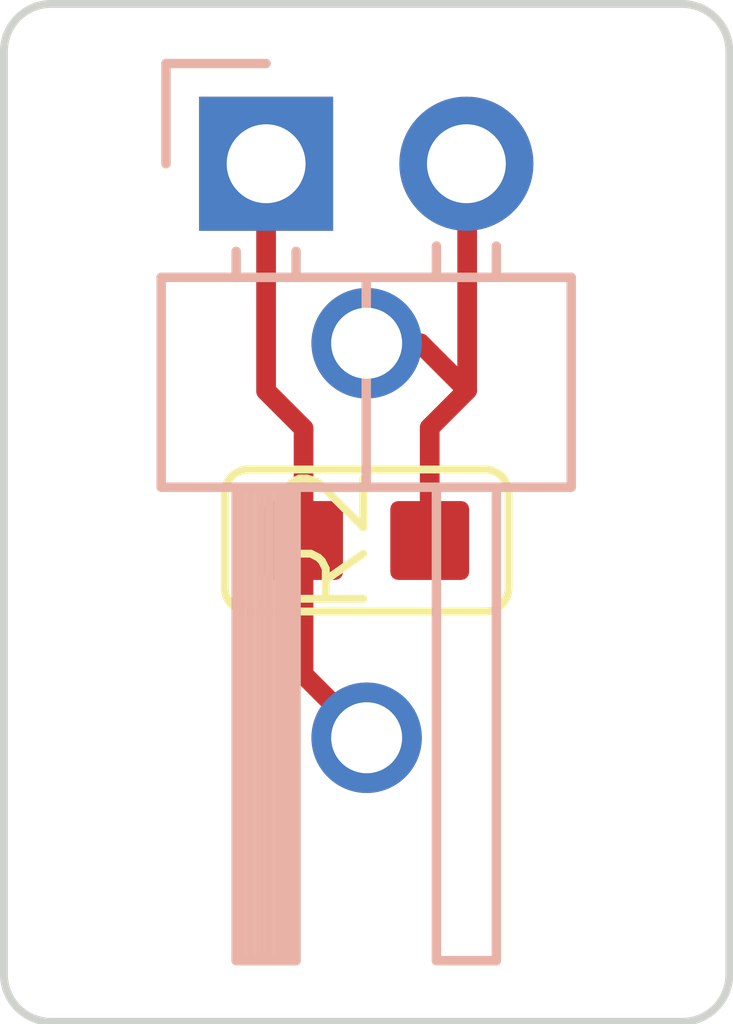
<source format=kicad_pcb>
(kicad_pcb (version 20221018) (generator pcbnew)
  (layers (0 "F.Cu" signal) (31 "B.Cu" signal) (34 "B.Paste" user) (35 "F.Paste" user) (36 "B.SilkS" user "B.Silkscreen") (37 "F.SilkS" user "F.Silkscreen") (38 "B.Mask" user) (39 "F.Mask" user) (44 "Edge.Cuts" user))
  (net 0 "")
  (net 1 "/LG")
  (net 2 "+3V3")
  (footprint "2024l1:ALS-PT19" (layer "F.Cu") (at 148.505 105.4 180)
    (fp_text reference "R1" hide)
    (fp_text value "R_Photo")
    (fp_line (start -1.8 0.6) (end -1.8 -0.6) (stroke (width 0.1)) (layer "F.SilkS"))
    (fp_line (start -1.5 -0.9) (end 1.5 -0.9) (stroke (width 0.1)) (layer "F.SilkS"))
    (fp_line (start -1.5 0.9) (end 1.5 0.9) (stroke (width 0.1)) (layer "F.SilkS"))
    (fp_line (start 1.8 -0.6) (end 1.8 0.6) (stroke (width 0.1)) (layer "F.SilkS"))
    (fp_arc (start -1.8 -0.6) (mid -1.712132 -0.812132) (end -1.5 -0.9) (stroke (width 0.1)) (layer "F.SilkS"))
    (fp_arc (start -1.5 0.9) (mid -1.712132 0.812132) (end -1.8 0.6) (stroke (width 0.1)) (layer "F.SilkS"))
    (fp_arc (start 1.5 -0.9) (mid 1.712132 -0.812132) (end 1.8 -0.6) (stroke (width 0.1)) (layer "F.SilkS"))
    (fp_arc (start 1.8 0.6) (mid 1.712132 0.812132) (end 1.5 0.9) (stroke (width 0.1)) (layer "F.SilkS"))
    (pad "1" smd roundrect (at -0.8 0 180) (size 1 1) (layers "F.Cu" "F.Mask") (roundrect_rratio 0.1) (net 2 "+3V3"))
    (pad "2" smd roundrect (at 0.8 0 180) (size 1 1) (layers "F.Cu" "F.Mask") (roundrect_rratio 0.1) (net 1 "/LG"))
  )
  (footprint "2024l1:Through Hole LDR" (layer "F.Cu") (at 148.505 105.4 90)
    (fp_text reference "R2" (at 0 -0.5 90 unlocked) (layer "F.SilkS") (effects (font (thickness 0.1))))
    (fp_text value "R_Photo")
    (pad "1" thru_hole circle (at 2.5 0 90) (size 1.4 1.4) (drill 0.9) (layers "*.Cu" "*.Mask") (net 2 "+3V3"))
    (pad "2" thru_hole circle (at -2.5 0 90) (size 1.4 1.4) (drill 0.9) (layers "*.Cu" "*.Mask") (net 1 "/LG"))
  )
  (footprint "Connector_PinHeader_2.54mm:PinHeader_1x02_P2.54mm_Horizontal" (layer "B.Cu") (at 147.23 100.625 -90)
    (fp_text reference "J1" hide)
    (fp_text value "Conn_01x02")
    (fp_line (start -1.27 0) (end -1.27 1.27) (stroke (width 0.12)) (layer "B.SilkS"))
    (fp_line (start -1.27 1.27) (end 0 1.27) (stroke (width 0.12)) (layer "B.SilkS"))
    (fp_line (start 1.042929 -2.92) (end 1.44 -2.92) (stroke (width 0.12)) (layer "B.SilkS"))
    (fp_line (start 1.042929 -2.16) (end 1.44 -2.16) (stroke (width 0.12)) (layer "B.SilkS"))
    (fp_line (start 1.11 -0.38) (end 1.44 -0.38) (stroke (width 0.12)) (layer "B.SilkS"))
    (fp_line (start 1.11 0.38) (end 1.44 0.38) (stroke (width 0.12)) (layer "B.SilkS"))
    (fp_line (start 1.44 -3.87) (end 4.1 -3.87) (stroke (width 0.12)) (layer "B.SilkS"))
    (fp_line (start 1.44 -1.27) (end 4.1 -1.27) (stroke (width 0.12)) (layer "B.SilkS"))
    (fp_line (start 1.44 1.33) (end 1.44 -3.87) (stroke (width 0.12)) (layer "B.SilkS"))
    (fp_line (start 4.1 -3.87) (end 4.1 1.33) (stroke (width 0.12)) (layer "B.SilkS"))
    (fp_line (start 4.1 -2.16) (end 10.1 -2.16) (stroke (width 0.12)) (layer "B.SilkS"))
    (fp_line (start 4.1 -0.28) (end 10.1 -0.28) (stroke (width 0.12)) (layer "B.SilkS"))
    (fp_line (start 4.1 -0.16) (end 10.1 -0.16) (stroke (width 0.12)) (layer "B.SilkS"))
    (fp_line (start 4.1 -0.04) (end 10.1 -0.04) (stroke (width 0.12)) (layer "B.SilkS"))
    (fp_line (start 4.1 0.08) (end 10.1 0.08) (stroke (width 0.12)) (layer "B.SilkS"))
    (fp_line (start 4.1 0.2) (end 10.1 0.2) (stroke (width 0.12)) (layer "B.SilkS"))
    (fp_line (start 4.1 0.32) (end 10.1 0.32) (stroke (width 0.12)) (layer "B.SilkS"))
    (fp_line (start 4.1 0.38) (end 10.1 0.38) (stroke (width 0.12)) (layer "B.SilkS"))
    (fp_line (start 4.1 1.33) (end 1.44 1.33) (stroke (width 0.12)) (layer "B.SilkS"))
    (fp_line (start 10.1 -2.92) (end 4.1 -2.92) (stroke (width 0.12)) (layer "B.SilkS"))
    (fp_line (start 10.1 -2.16) (end 10.1 -2.92) (stroke (width 0.12)) (layer "B.SilkS"))
    (fp_line (start 10.1 -0.38) (end 4.1 -0.38) (stroke (width 0.12)) (layer "B.SilkS"))
    (fp_line (start 10.1 0.38) (end 10.1 -0.38) (stroke (width 0.12)) (layer "B.SilkS"))
    (pad "1" thru_hole rect (at 0 0 270) (size 1.7 1.7) (drill 1) (layers "*.Cu" "*.Mask") (net 1 "/LG"))
    (pad "2" thru_hole oval (at 0 -2.54 270) (size 1.7 1.7) (drill 1) (layers "*.Cu" "*.Mask") (net 2 "+3V3"))
  )
  (gr_line (start 144.505 111.5) (end 152.505 111.5) (stroke (width 0.1)) (layer "Edge.Cuts"))
  (gr_line (start 143.905 99.2) (end 143.905 110.9) (stroke (width 0.1)) (layer "Edge.Cuts"))
  (gr_arc (start 152.505 98.6) (mid 152.929264 98.775736) (end 153.105 99.2) (stroke (width 0.1)) (layer "Edge.Cuts"))
  (gr_line (start 144.505 98.6) (end 152.505 98.6) (stroke (width 0.1)) (layer "Edge.Cuts"))
  (gr_arc (start 153.105 110.9) (mid 152.929264 111.324264) (end 152.505 111.5) (stroke (width 0.1)) (layer "Edge.Cuts"))
  (gr_arc (start 144.505 111.5) (mid 144.080736 111.324264) (end 143.905 110.9) (stroke (width 0.1)) (layer "Edge.Cuts"))
  (gr_line (start 153.105 99.2) (end 153.105 110.9) (stroke (width 0.1)) (layer "Edge.Cuts"))
  (gr_arc (start 143.905 99.2) (mid 144.080736 98.775736) (end 144.505 98.6) (stroke (width 0.1)) (layer "Edge.Cuts"))
  (segment (start 147.705 103.98) (end 147.23 103.505) (width 0.25) (layer "F.Cu") (net 1))
  (segment (start 147.705 105.4) (end 147.705 103.98) (width 0.25) (layer "F.Cu") (net 1))
  (segment (start 147.705 105.4) (end 147.705 107.1) (width 0.25) (layer "F.Cu") (net 1))
  (segment (start 147.705 107.1) (end 148.505 107.9) (width 0.25) (layer "F.Cu") (net 1))
  (segment (start 147.23 103.505) (end 147.23 100.625) (width 0.25) (layer "F.Cu") (net 1))
  (segment (start 149.78 103.495) (end 149.78 100.615) (width 0.25) (layer "F.Cu") (net 2))
  (segment (start 149.185 102.9) (end 149.78 103.495) (width 0.25) (layer "F.Cu") (net 2))
  (segment (start 149.305 103.97) (end 149.78 103.495) (width 0.25) (layer "F.Cu") (net 2))
  (segment (start 148.505 102.9) (end 149.185 102.9) (width 0.25) (layer "F.Cu") (net 2))
  (segment (start 149.305 105.39) (end 149.305 103.97) (width 0.25) (layer "F.Cu") (net 2))
)
</source>
